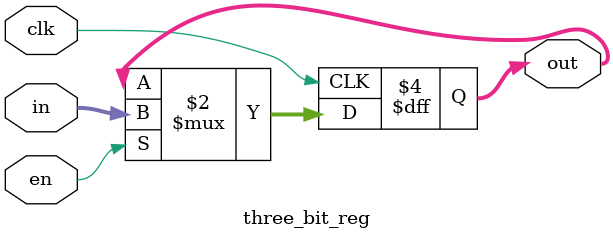
<source format=sv>
module eight_bit_reg(input clk, input [7:0] in, input en, output reg [7:0] out);
always_ff @(posedge clk) if(en) out <= in;
endmodule

module sixteen_bit_reg(input clk, input [15:0]in, input en, output reg [15:0]out);
always_ff @(posedge clk) if (en) out <= in;
endmodule

module three_bit_reg(input clk, input [2:0]in, input en, output reg [2:0] out);
always_ff @(posedge clk) if (en) out <= in;
endmodule 





</source>
